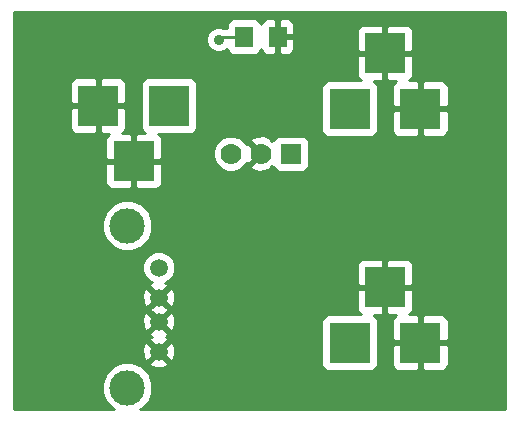
<source format=gtl>
G04 (created by PCBNEW (2013-07-07 BZR 4022)-stable) date 2/9/2014 4:29:12 PM*
%MOIN*%
G04 Gerber Fmt 3.4, Leading zero omitted, Abs format*
%FSLAX34Y34*%
G01*
G70*
G90*
G04 APERTURE LIST*
%ADD10C,0.00590551*%
%ADD11C,0.0591*%
%ADD12C,0.1181*%
%ADD13R,0.07X0.07*%
%ADD14C,0.07*%
%ADD15R,0.0629X0.0709*%
%ADD16R,0.1378X0.1378*%
%ADD17C,0.035*%
%ADD18C,0.01*%
G04 APERTURE END LIST*
G54D10*
G54D11*
X71900Y-51200D03*
X71900Y-50200D03*
X71900Y-49400D03*
X71900Y-48400D03*
G54D12*
X70850Y-52400D03*
X70850Y-47000D03*
G54D13*
X76300Y-44600D03*
G54D14*
X74300Y-44600D03*
X75300Y-44600D03*
G54D15*
X74741Y-40700D03*
X75859Y-40700D03*
G54D16*
X72241Y-43000D03*
X69879Y-43000D03*
X71060Y-44850D03*
X78259Y-43100D03*
X80621Y-43100D03*
X79440Y-41250D03*
X78259Y-50900D03*
X80621Y-50900D03*
X79440Y-49050D03*
G54D17*
X73900Y-40800D03*
G54D18*
X74741Y-40700D02*
X74000Y-40700D01*
X74000Y-40700D02*
X73900Y-40800D01*
G54D10*
G36*
X83430Y-53130D02*
X81560Y-53130D01*
X81560Y-51539D01*
X81560Y-50260D01*
X81560Y-43739D01*
X81560Y-42460D01*
X81559Y-42361D01*
X81521Y-42269D01*
X81451Y-42198D01*
X81359Y-42160D01*
X80733Y-42161D01*
X80671Y-42223D01*
X80671Y-43050D01*
X81497Y-43050D01*
X81560Y-42987D01*
X81560Y-42460D01*
X81560Y-43739D01*
X81560Y-43212D01*
X81497Y-43150D01*
X80671Y-43150D01*
X80671Y-43976D01*
X80733Y-44039D01*
X81359Y-44039D01*
X81451Y-44001D01*
X81521Y-43930D01*
X81559Y-43838D01*
X81560Y-43739D01*
X81560Y-50260D01*
X81559Y-50161D01*
X81521Y-50069D01*
X81451Y-49998D01*
X81359Y-49960D01*
X80733Y-49961D01*
X80671Y-50023D01*
X80671Y-50850D01*
X81497Y-50850D01*
X81560Y-50787D01*
X81560Y-50260D01*
X81560Y-51539D01*
X81560Y-51012D01*
X81497Y-50950D01*
X80671Y-50950D01*
X80671Y-51776D01*
X80733Y-51839D01*
X81359Y-51839D01*
X81451Y-51801D01*
X81521Y-51730D01*
X81559Y-51638D01*
X81560Y-51539D01*
X81560Y-53130D01*
X80571Y-53130D01*
X80571Y-51776D01*
X80571Y-50950D01*
X80571Y-50850D01*
X80571Y-50023D01*
X80571Y-43976D01*
X80571Y-43150D01*
X80571Y-43050D01*
X80571Y-42223D01*
X80508Y-42161D01*
X80246Y-42160D01*
X80270Y-42151D01*
X80340Y-42080D01*
X80378Y-41988D01*
X80379Y-41889D01*
X80379Y-40610D01*
X80378Y-40511D01*
X80340Y-40419D01*
X80270Y-40348D01*
X80178Y-40310D01*
X79552Y-40311D01*
X79490Y-40373D01*
X79490Y-41200D01*
X80316Y-41200D01*
X80379Y-41137D01*
X80379Y-40610D01*
X80379Y-41889D01*
X80379Y-41362D01*
X80316Y-41300D01*
X79490Y-41300D01*
X79490Y-42126D01*
X79552Y-42189D01*
X79814Y-42189D01*
X79790Y-42198D01*
X79720Y-42269D01*
X79682Y-42361D01*
X79681Y-42460D01*
X79682Y-42987D01*
X79744Y-43050D01*
X80571Y-43050D01*
X80571Y-43150D01*
X79744Y-43150D01*
X79682Y-43212D01*
X79681Y-43739D01*
X79682Y-43838D01*
X79720Y-43930D01*
X79790Y-44001D01*
X79882Y-44039D01*
X80508Y-44039D01*
X80571Y-43976D01*
X80571Y-50023D01*
X80508Y-49961D01*
X80246Y-49960D01*
X80270Y-49951D01*
X80340Y-49880D01*
X80378Y-49788D01*
X80379Y-49689D01*
X80379Y-48410D01*
X80378Y-48311D01*
X80340Y-48219D01*
X80270Y-48148D01*
X80178Y-48110D01*
X79552Y-48111D01*
X79490Y-48173D01*
X79490Y-49000D01*
X80316Y-49000D01*
X80379Y-48937D01*
X80379Y-48410D01*
X80379Y-49689D01*
X80379Y-49162D01*
X80316Y-49100D01*
X79490Y-49100D01*
X79490Y-49926D01*
X79552Y-49989D01*
X79814Y-49989D01*
X79790Y-49998D01*
X79720Y-50069D01*
X79682Y-50161D01*
X79681Y-50260D01*
X79682Y-50787D01*
X79744Y-50850D01*
X80571Y-50850D01*
X80571Y-50950D01*
X79744Y-50950D01*
X79682Y-51012D01*
X79681Y-51539D01*
X79682Y-51638D01*
X79720Y-51730D01*
X79790Y-51801D01*
X79882Y-51839D01*
X80508Y-51839D01*
X80571Y-51776D01*
X80571Y-53130D01*
X79390Y-53130D01*
X79390Y-49926D01*
X79390Y-49100D01*
X79390Y-49000D01*
X79390Y-48173D01*
X79390Y-42126D01*
X79390Y-41300D01*
X79390Y-41200D01*
X79390Y-40373D01*
X79327Y-40311D01*
X78701Y-40310D01*
X78609Y-40348D01*
X78539Y-40419D01*
X78501Y-40511D01*
X78500Y-40610D01*
X78501Y-41137D01*
X78563Y-41200D01*
X79390Y-41200D01*
X79390Y-41300D01*
X78563Y-41300D01*
X78501Y-41362D01*
X78500Y-41889D01*
X78501Y-41988D01*
X78539Y-42080D01*
X78609Y-42151D01*
X78633Y-42160D01*
X77520Y-42160D01*
X77428Y-42198D01*
X77358Y-42269D01*
X77320Y-42361D01*
X77319Y-42460D01*
X77319Y-43838D01*
X77357Y-43930D01*
X77428Y-44000D01*
X77520Y-44038D01*
X77619Y-44039D01*
X78997Y-44039D01*
X79089Y-44001D01*
X79159Y-43930D01*
X79197Y-43838D01*
X79198Y-43739D01*
X79198Y-42361D01*
X79160Y-42269D01*
X79089Y-42199D01*
X79065Y-42189D01*
X79327Y-42189D01*
X79390Y-42126D01*
X79390Y-48173D01*
X79327Y-48111D01*
X78701Y-48110D01*
X78609Y-48148D01*
X78539Y-48219D01*
X78501Y-48311D01*
X78500Y-48410D01*
X78501Y-48937D01*
X78563Y-49000D01*
X79390Y-49000D01*
X79390Y-49100D01*
X78563Y-49100D01*
X78501Y-49162D01*
X78500Y-49689D01*
X78501Y-49788D01*
X78539Y-49880D01*
X78609Y-49951D01*
X78633Y-49960D01*
X77520Y-49960D01*
X77428Y-49998D01*
X77358Y-50069D01*
X77320Y-50161D01*
X77319Y-50260D01*
X77319Y-51638D01*
X77357Y-51730D01*
X77428Y-51800D01*
X77520Y-51838D01*
X77619Y-51839D01*
X78997Y-51839D01*
X79089Y-51801D01*
X79159Y-51730D01*
X79197Y-51638D01*
X79198Y-51539D01*
X79198Y-50161D01*
X79160Y-50069D01*
X79089Y-49999D01*
X79065Y-49989D01*
X79327Y-49989D01*
X79390Y-49926D01*
X79390Y-53130D01*
X76900Y-53130D01*
X76900Y-44900D01*
X76900Y-44200D01*
X76862Y-44108D01*
X76791Y-44038D01*
X76699Y-44000D01*
X76600Y-43999D01*
X76423Y-43999D01*
X76423Y-41004D01*
X76423Y-40395D01*
X76423Y-40295D01*
X76385Y-40203D01*
X76314Y-40133D01*
X76223Y-40095D01*
X75971Y-40095D01*
X75909Y-40158D01*
X75909Y-40650D01*
X76361Y-40650D01*
X76423Y-40587D01*
X76423Y-40395D01*
X76423Y-41004D01*
X76423Y-40812D01*
X76361Y-40750D01*
X75909Y-40750D01*
X75909Y-41242D01*
X75971Y-41304D01*
X76223Y-41304D01*
X76314Y-41266D01*
X76385Y-41196D01*
X76423Y-41104D01*
X76423Y-41004D01*
X76423Y-43999D01*
X75900Y-43999D01*
X75809Y-44037D01*
X75809Y-41242D01*
X75809Y-40750D01*
X75801Y-40750D01*
X75801Y-40650D01*
X75809Y-40650D01*
X75809Y-40158D01*
X75746Y-40095D01*
X75494Y-40095D01*
X75403Y-40133D01*
X75332Y-40203D01*
X75299Y-40282D01*
X75267Y-40204D01*
X75197Y-40133D01*
X75105Y-40095D01*
X75005Y-40095D01*
X74376Y-40095D01*
X74285Y-40133D01*
X74214Y-40203D01*
X74176Y-40295D01*
X74176Y-40395D01*
X74176Y-40400D01*
X74044Y-40400D01*
X73984Y-40375D01*
X73815Y-40374D01*
X73659Y-40439D01*
X73539Y-40558D01*
X73475Y-40715D01*
X73474Y-40884D01*
X73539Y-41040D01*
X73658Y-41160D01*
X73815Y-41224D01*
X73984Y-41225D01*
X74140Y-41160D01*
X74182Y-41118D01*
X74214Y-41195D01*
X74284Y-41266D01*
X74376Y-41304D01*
X74476Y-41304D01*
X75105Y-41304D01*
X75196Y-41266D01*
X75267Y-41196D01*
X75300Y-41117D01*
X75332Y-41196D01*
X75403Y-41266D01*
X75494Y-41304D01*
X75746Y-41304D01*
X75809Y-41242D01*
X75809Y-44037D01*
X75808Y-44037D01*
X75738Y-44108D01*
X75718Y-44154D01*
X75696Y-44132D01*
X75651Y-44177D01*
X75617Y-44077D01*
X75393Y-43995D01*
X75155Y-44005D01*
X74982Y-44077D01*
X74948Y-44177D01*
X75300Y-44529D01*
X75305Y-44523D01*
X75376Y-44594D01*
X75370Y-44600D01*
X75376Y-44605D01*
X75305Y-44676D01*
X75300Y-44670D01*
X75229Y-44741D01*
X75229Y-44600D01*
X74877Y-44248D01*
X74812Y-44270D01*
X74808Y-44260D01*
X74640Y-44091D01*
X74419Y-44000D01*
X74181Y-43999D01*
X73960Y-44091D01*
X73791Y-44259D01*
X73700Y-44480D01*
X73699Y-44718D01*
X73791Y-44939D01*
X73959Y-45108D01*
X74180Y-45199D01*
X74418Y-45200D01*
X74639Y-45108D01*
X74808Y-44940D01*
X74812Y-44929D01*
X74877Y-44951D01*
X75229Y-44600D01*
X75229Y-44741D01*
X74948Y-45022D01*
X74982Y-45122D01*
X75206Y-45204D01*
X75444Y-45194D01*
X75617Y-45122D01*
X75651Y-45022D01*
X75651Y-45022D01*
X75696Y-45067D01*
X75718Y-45045D01*
X75737Y-45091D01*
X75808Y-45161D01*
X75900Y-45199D01*
X75999Y-45200D01*
X76699Y-45200D01*
X76791Y-45162D01*
X76861Y-45091D01*
X76899Y-44999D01*
X76900Y-44900D01*
X76900Y-53130D01*
X75651Y-53130D01*
X73180Y-53130D01*
X73180Y-43639D01*
X73180Y-42261D01*
X73142Y-42169D01*
X73071Y-42099D01*
X72979Y-42061D01*
X72880Y-42060D01*
X71502Y-42060D01*
X71410Y-42098D01*
X71340Y-42169D01*
X71302Y-42261D01*
X71301Y-42360D01*
X71301Y-43738D01*
X71339Y-43830D01*
X71410Y-43900D01*
X71434Y-43910D01*
X71172Y-43911D01*
X71110Y-43973D01*
X71110Y-44800D01*
X71936Y-44800D01*
X71999Y-44737D01*
X71999Y-44210D01*
X71998Y-44111D01*
X71960Y-44019D01*
X71890Y-43948D01*
X71866Y-43939D01*
X72979Y-43939D01*
X73071Y-43901D01*
X73141Y-43830D01*
X73179Y-43738D01*
X73180Y-43639D01*
X73180Y-53130D01*
X72450Y-53130D01*
X72450Y-51280D01*
X72450Y-50280D01*
X72450Y-49480D01*
X72445Y-49388D01*
X72445Y-48291D01*
X72362Y-48091D01*
X72209Y-47937D01*
X72008Y-47854D01*
X71999Y-47854D01*
X71999Y-45489D01*
X71999Y-44962D01*
X71936Y-44900D01*
X71110Y-44900D01*
X71110Y-45726D01*
X71172Y-45789D01*
X71798Y-45789D01*
X71890Y-45751D01*
X71960Y-45680D01*
X71998Y-45588D01*
X71999Y-45489D01*
X71999Y-47854D01*
X71791Y-47854D01*
X71690Y-47896D01*
X71690Y-46833D01*
X71562Y-46524D01*
X71326Y-46287D01*
X71017Y-46159D01*
X71010Y-46159D01*
X71010Y-45726D01*
X71010Y-44900D01*
X71010Y-44800D01*
X71010Y-43973D01*
X70947Y-43911D01*
X70685Y-43910D01*
X70709Y-43901D01*
X70779Y-43830D01*
X70817Y-43738D01*
X70818Y-43639D01*
X70818Y-42360D01*
X70817Y-42261D01*
X70779Y-42169D01*
X70709Y-42098D01*
X70617Y-42060D01*
X69991Y-42061D01*
X69929Y-42123D01*
X69929Y-42950D01*
X70755Y-42950D01*
X70818Y-42887D01*
X70818Y-42360D01*
X70818Y-43639D01*
X70818Y-43112D01*
X70755Y-43050D01*
X69929Y-43050D01*
X69929Y-43876D01*
X69991Y-43939D01*
X70253Y-43939D01*
X70229Y-43948D01*
X70159Y-44019D01*
X70121Y-44111D01*
X70120Y-44210D01*
X70121Y-44737D01*
X70183Y-44800D01*
X71010Y-44800D01*
X71010Y-44900D01*
X70183Y-44900D01*
X70121Y-44962D01*
X70120Y-45489D01*
X70121Y-45588D01*
X70159Y-45680D01*
X70229Y-45751D01*
X70321Y-45789D01*
X70947Y-45789D01*
X71010Y-45726D01*
X71010Y-46159D01*
X70683Y-46159D01*
X70374Y-46287D01*
X70137Y-46523D01*
X70009Y-46832D01*
X70009Y-47166D01*
X70137Y-47475D01*
X70373Y-47712D01*
X70682Y-47840D01*
X71016Y-47840D01*
X71325Y-47712D01*
X71562Y-47476D01*
X71690Y-47167D01*
X71690Y-46833D01*
X71690Y-47896D01*
X71591Y-47937D01*
X71437Y-48090D01*
X71354Y-48291D01*
X71354Y-48508D01*
X71437Y-48708D01*
X71590Y-48862D01*
X71675Y-48897D01*
X71614Y-48922D01*
X71588Y-49017D01*
X71900Y-49329D01*
X72211Y-49017D01*
X72185Y-48922D01*
X72120Y-48899D01*
X72208Y-48862D01*
X72362Y-48709D01*
X72445Y-48508D01*
X72445Y-48291D01*
X72445Y-49388D01*
X72439Y-49263D01*
X72377Y-49114D01*
X72282Y-49088D01*
X71970Y-49400D01*
X72282Y-49711D01*
X72377Y-49685D01*
X72450Y-49480D01*
X72450Y-50280D01*
X72439Y-50063D01*
X72377Y-49914D01*
X72282Y-49888D01*
X72211Y-49958D01*
X72211Y-49817D01*
X72207Y-49800D01*
X72211Y-49782D01*
X72198Y-49768D01*
X72185Y-49722D01*
X72133Y-49704D01*
X71900Y-49470D01*
X71829Y-49541D01*
X71829Y-49400D01*
X71517Y-49088D01*
X71422Y-49114D01*
X71349Y-49319D01*
X71360Y-49536D01*
X71422Y-49685D01*
X71517Y-49711D01*
X71829Y-49400D01*
X71829Y-49541D01*
X71671Y-49698D01*
X71614Y-49722D01*
X71601Y-49768D01*
X71588Y-49782D01*
X71592Y-49800D01*
X71588Y-49817D01*
X71601Y-49831D01*
X71614Y-49877D01*
X71666Y-49895D01*
X71900Y-50129D01*
X72128Y-49901D01*
X72185Y-49877D01*
X72198Y-49831D01*
X72211Y-49817D01*
X72211Y-49958D01*
X71970Y-50200D01*
X72282Y-50511D01*
X72377Y-50485D01*
X72450Y-50280D01*
X72450Y-51280D01*
X72439Y-51063D01*
X72377Y-50914D01*
X72282Y-50888D01*
X72211Y-50958D01*
X72211Y-50817D01*
X72185Y-50722D01*
X72126Y-50701D01*
X72185Y-50677D01*
X72211Y-50582D01*
X71900Y-50270D01*
X71829Y-50341D01*
X71829Y-50200D01*
X71517Y-49888D01*
X71422Y-49914D01*
X71349Y-50119D01*
X71360Y-50336D01*
X71422Y-50485D01*
X71517Y-50511D01*
X71829Y-50200D01*
X71829Y-50341D01*
X71588Y-50582D01*
X71614Y-50677D01*
X71673Y-50698D01*
X71614Y-50722D01*
X71588Y-50817D01*
X71900Y-51129D01*
X72211Y-50817D01*
X72211Y-50958D01*
X71970Y-51200D01*
X72282Y-51511D01*
X72377Y-51485D01*
X72450Y-51280D01*
X72450Y-53130D01*
X72211Y-53130D01*
X72211Y-51582D01*
X71900Y-51270D01*
X71829Y-51341D01*
X71829Y-51200D01*
X71517Y-50888D01*
X71422Y-50914D01*
X71349Y-51119D01*
X71360Y-51336D01*
X71422Y-51485D01*
X71517Y-51511D01*
X71829Y-51200D01*
X71829Y-51341D01*
X71588Y-51582D01*
X71614Y-51677D01*
X71819Y-51750D01*
X72036Y-51739D01*
X72185Y-51677D01*
X72211Y-51582D01*
X72211Y-53130D01*
X71283Y-53130D01*
X71325Y-53112D01*
X71562Y-52876D01*
X71690Y-52567D01*
X71690Y-52233D01*
X71562Y-51924D01*
X71326Y-51687D01*
X71017Y-51559D01*
X70683Y-51559D01*
X70374Y-51687D01*
X70137Y-51923D01*
X70009Y-52232D01*
X70009Y-52566D01*
X70137Y-52875D01*
X70373Y-53112D01*
X70417Y-53130D01*
X69829Y-53130D01*
X69829Y-43876D01*
X69829Y-43050D01*
X69829Y-42950D01*
X69829Y-42123D01*
X69766Y-42061D01*
X69140Y-42060D01*
X69048Y-42098D01*
X68978Y-42169D01*
X68940Y-42261D01*
X68939Y-42360D01*
X68940Y-42887D01*
X69002Y-42950D01*
X69829Y-42950D01*
X69829Y-43050D01*
X69002Y-43050D01*
X68940Y-43112D01*
X68939Y-43639D01*
X68940Y-43738D01*
X68978Y-43830D01*
X69048Y-43901D01*
X69140Y-43939D01*
X69766Y-43939D01*
X69829Y-43876D01*
X69829Y-53130D01*
X67100Y-53130D01*
X67069Y-53130D01*
X67069Y-39869D01*
X83430Y-39869D01*
X83430Y-53130D01*
X83430Y-53130D01*
G37*
G54D18*
X83430Y-53130D02*
X81560Y-53130D01*
X81560Y-51539D01*
X81560Y-50260D01*
X81560Y-43739D01*
X81560Y-42460D01*
X81559Y-42361D01*
X81521Y-42269D01*
X81451Y-42198D01*
X81359Y-42160D01*
X80733Y-42161D01*
X80671Y-42223D01*
X80671Y-43050D01*
X81497Y-43050D01*
X81560Y-42987D01*
X81560Y-42460D01*
X81560Y-43739D01*
X81560Y-43212D01*
X81497Y-43150D01*
X80671Y-43150D01*
X80671Y-43976D01*
X80733Y-44039D01*
X81359Y-44039D01*
X81451Y-44001D01*
X81521Y-43930D01*
X81559Y-43838D01*
X81560Y-43739D01*
X81560Y-50260D01*
X81559Y-50161D01*
X81521Y-50069D01*
X81451Y-49998D01*
X81359Y-49960D01*
X80733Y-49961D01*
X80671Y-50023D01*
X80671Y-50850D01*
X81497Y-50850D01*
X81560Y-50787D01*
X81560Y-50260D01*
X81560Y-51539D01*
X81560Y-51012D01*
X81497Y-50950D01*
X80671Y-50950D01*
X80671Y-51776D01*
X80733Y-51839D01*
X81359Y-51839D01*
X81451Y-51801D01*
X81521Y-51730D01*
X81559Y-51638D01*
X81560Y-51539D01*
X81560Y-53130D01*
X80571Y-53130D01*
X80571Y-51776D01*
X80571Y-50950D01*
X80571Y-50850D01*
X80571Y-50023D01*
X80571Y-43976D01*
X80571Y-43150D01*
X80571Y-43050D01*
X80571Y-42223D01*
X80508Y-42161D01*
X80246Y-42160D01*
X80270Y-42151D01*
X80340Y-42080D01*
X80378Y-41988D01*
X80379Y-41889D01*
X80379Y-40610D01*
X80378Y-40511D01*
X80340Y-40419D01*
X80270Y-40348D01*
X80178Y-40310D01*
X79552Y-40311D01*
X79490Y-40373D01*
X79490Y-41200D01*
X80316Y-41200D01*
X80379Y-41137D01*
X80379Y-40610D01*
X80379Y-41889D01*
X80379Y-41362D01*
X80316Y-41300D01*
X79490Y-41300D01*
X79490Y-42126D01*
X79552Y-42189D01*
X79814Y-42189D01*
X79790Y-42198D01*
X79720Y-42269D01*
X79682Y-42361D01*
X79681Y-42460D01*
X79682Y-42987D01*
X79744Y-43050D01*
X80571Y-43050D01*
X80571Y-43150D01*
X79744Y-43150D01*
X79682Y-43212D01*
X79681Y-43739D01*
X79682Y-43838D01*
X79720Y-43930D01*
X79790Y-44001D01*
X79882Y-44039D01*
X80508Y-44039D01*
X80571Y-43976D01*
X80571Y-50023D01*
X80508Y-49961D01*
X80246Y-49960D01*
X80270Y-49951D01*
X80340Y-49880D01*
X80378Y-49788D01*
X80379Y-49689D01*
X80379Y-48410D01*
X80378Y-48311D01*
X80340Y-48219D01*
X80270Y-48148D01*
X80178Y-48110D01*
X79552Y-48111D01*
X79490Y-48173D01*
X79490Y-49000D01*
X80316Y-49000D01*
X80379Y-48937D01*
X80379Y-48410D01*
X80379Y-49689D01*
X80379Y-49162D01*
X80316Y-49100D01*
X79490Y-49100D01*
X79490Y-49926D01*
X79552Y-49989D01*
X79814Y-49989D01*
X79790Y-49998D01*
X79720Y-50069D01*
X79682Y-50161D01*
X79681Y-50260D01*
X79682Y-50787D01*
X79744Y-50850D01*
X80571Y-50850D01*
X80571Y-50950D01*
X79744Y-50950D01*
X79682Y-51012D01*
X79681Y-51539D01*
X79682Y-51638D01*
X79720Y-51730D01*
X79790Y-51801D01*
X79882Y-51839D01*
X80508Y-51839D01*
X80571Y-51776D01*
X80571Y-53130D01*
X79390Y-53130D01*
X79390Y-49926D01*
X79390Y-49100D01*
X79390Y-49000D01*
X79390Y-48173D01*
X79390Y-42126D01*
X79390Y-41300D01*
X79390Y-41200D01*
X79390Y-40373D01*
X79327Y-40311D01*
X78701Y-40310D01*
X78609Y-40348D01*
X78539Y-40419D01*
X78501Y-40511D01*
X78500Y-40610D01*
X78501Y-41137D01*
X78563Y-41200D01*
X79390Y-41200D01*
X79390Y-41300D01*
X78563Y-41300D01*
X78501Y-41362D01*
X78500Y-41889D01*
X78501Y-41988D01*
X78539Y-42080D01*
X78609Y-42151D01*
X78633Y-42160D01*
X77520Y-42160D01*
X77428Y-42198D01*
X77358Y-42269D01*
X77320Y-42361D01*
X77319Y-42460D01*
X77319Y-43838D01*
X77357Y-43930D01*
X77428Y-44000D01*
X77520Y-44038D01*
X77619Y-44039D01*
X78997Y-44039D01*
X79089Y-44001D01*
X79159Y-43930D01*
X79197Y-43838D01*
X79198Y-43739D01*
X79198Y-42361D01*
X79160Y-42269D01*
X79089Y-42199D01*
X79065Y-42189D01*
X79327Y-42189D01*
X79390Y-42126D01*
X79390Y-48173D01*
X79327Y-48111D01*
X78701Y-48110D01*
X78609Y-48148D01*
X78539Y-48219D01*
X78501Y-48311D01*
X78500Y-48410D01*
X78501Y-48937D01*
X78563Y-49000D01*
X79390Y-49000D01*
X79390Y-49100D01*
X78563Y-49100D01*
X78501Y-49162D01*
X78500Y-49689D01*
X78501Y-49788D01*
X78539Y-49880D01*
X78609Y-49951D01*
X78633Y-49960D01*
X77520Y-49960D01*
X77428Y-49998D01*
X77358Y-50069D01*
X77320Y-50161D01*
X77319Y-50260D01*
X77319Y-51638D01*
X77357Y-51730D01*
X77428Y-51800D01*
X77520Y-51838D01*
X77619Y-51839D01*
X78997Y-51839D01*
X79089Y-51801D01*
X79159Y-51730D01*
X79197Y-51638D01*
X79198Y-51539D01*
X79198Y-50161D01*
X79160Y-50069D01*
X79089Y-49999D01*
X79065Y-49989D01*
X79327Y-49989D01*
X79390Y-49926D01*
X79390Y-53130D01*
X76900Y-53130D01*
X76900Y-44900D01*
X76900Y-44200D01*
X76862Y-44108D01*
X76791Y-44038D01*
X76699Y-44000D01*
X76600Y-43999D01*
X76423Y-43999D01*
X76423Y-41004D01*
X76423Y-40395D01*
X76423Y-40295D01*
X76385Y-40203D01*
X76314Y-40133D01*
X76223Y-40095D01*
X75971Y-40095D01*
X75909Y-40158D01*
X75909Y-40650D01*
X76361Y-40650D01*
X76423Y-40587D01*
X76423Y-40395D01*
X76423Y-41004D01*
X76423Y-40812D01*
X76361Y-40750D01*
X75909Y-40750D01*
X75909Y-41242D01*
X75971Y-41304D01*
X76223Y-41304D01*
X76314Y-41266D01*
X76385Y-41196D01*
X76423Y-41104D01*
X76423Y-41004D01*
X76423Y-43999D01*
X75900Y-43999D01*
X75809Y-44037D01*
X75809Y-41242D01*
X75809Y-40750D01*
X75801Y-40750D01*
X75801Y-40650D01*
X75809Y-40650D01*
X75809Y-40158D01*
X75746Y-40095D01*
X75494Y-40095D01*
X75403Y-40133D01*
X75332Y-40203D01*
X75299Y-40282D01*
X75267Y-40204D01*
X75197Y-40133D01*
X75105Y-40095D01*
X75005Y-40095D01*
X74376Y-40095D01*
X74285Y-40133D01*
X74214Y-40203D01*
X74176Y-40295D01*
X74176Y-40395D01*
X74176Y-40400D01*
X74044Y-40400D01*
X73984Y-40375D01*
X73815Y-40374D01*
X73659Y-40439D01*
X73539Y-40558D01*
X73475Y-40715D01*
X73474Y-40884D01*
X73539Y-41040D01*
X73658Y-41160D01*
X73815Y-41224D01*
X73984Y-41225D01*
X74140Y-41160D01*
X74182Y-41118D01*
X74214Y-41195D01*
X74284Y-41266D01*
X74376Y-41304D01*
X74476Y-41304D01*
X75105Y-41304D01*
X75196Y-41266D01*
X75267Y-41196D01*
X75300Y-41117D01*
X75332Y-41196D01*
X75403Y-41266D01*
X75494Y-41304D01*
X75746Y-41304D01*
X75809Y-41242D01*
X75809Y-44037D01*
X75808Y-44037D01*
X75738Y-44108D01*
X75718Y-44154D01*
X75696Y-44132D01*
X75651Y-44177D01*
X75617Y-44077D01*
X75393Y-43995D01*
X75155Y-44005D01*
X74982Y-44077D01*
X74948Y-44177D01*
X75300Y-44529D01*
X75305Y-44523D01*
X75376Y-44594D01*
X75370Y-44600D01*
X75376Y-44605D01*
X75305Y-44676D01*
X75300Y-44670D01*
X75229Y-44741D01*
X75229Y-44600D01*
X74877Y-44248D01*
X74812Y-44270D01*
X74808Y-44260D01*
X74640Y-44091D01*
X74419Y-44000D01*
X74181Y-43999D01*
X73960Y-44091D01*
X73791Y-44259D01*
X73700Y-44480D01*
X73699Y-44718D01*
X73791Y-44939D01*
X73959Y-45108D01*
X74180Y-45199D01*
X74418Y-45200D01*
X74639Y-45108D01*
X74808Y-44940D01*
X74812Y-44929D01*
X74877Y-44951D01*
X75229Y-44600D01*
X75229Y-44741D01*
X74948Y-45022D01*
X74982Y-45122D01*
X75206Y-45204D01*
X75444Y-45194D01*
X75617Y-45122D01*
X75651Y-45022D01*
X75651Y-45022D01*
X75696Y-45067D01*
X75718Y-45045D01*
X75737Y-45091D01*
X75808Y-45161D01*
X75900Y-45199D01*
X75999Y-45200D01*
X76699Y-45200D01*
X76791Y-45162D01*
X76861Y-45091D01*
X76899Y-44999D01*
X76900Y-44900D01*
X76900Y-53130D01*
X75651Y-53130D01*
X73180Y-53130D01*
X73180Y-43639D01*
X73180Y-42261D01*
X73142Y-42169D01*
X73071Y-42099D01*
X72979Y-42061D01*
X72880Y-42060D01*
X71502Y-42060D01*
X71410Y-42098D01*
X71340Y-42169D01*
X71302Y-42261D01*
X71301Y-42360D01*
X71301Y-43738D01*
X71339Y-43830D01*
X71410Y-43900D01*
X71434Y-43910D01*
X71172Y-43911D01*
X71110Y-43973D01*
X71110Y-44800D01*
X71936Y-44800D01*
X71999Y-44737D01*
X71999Y-44210D01*
X71998Y-44111D01*
X71960Y-44019D01*
X71890Y-43948D01*
X71866Y-43939D01*
X72979Y-43939D01*
X73071Y-43901D01*
X73141Y-43830D01*
X73179Y-43738D01*
X73180Y-43639D01*
X73180Y-53130D01*
X72450Y-53130D01*
X72450Y-51280D01*
X72450Y-50280D01*
X72450Y-49480D01*
X72445Y-49388D01*
X72445Y-48291D01*
X72362Y-48091D01*
X72209Y-47937D01*
X72008Y-47854D01*
X71999Y-47854D01*
X71999Y-45489D01*
X71999Y-44962D01*
X71936Y-44900D01*
X71110Y-44900D01*
X71110Y-45726D01*
X71172Y-45789D01*
X71798Y-45789D01*
X71890Y-45751D01*
X71960Y-45680D01*
X71998Y-45588D01*
X71999Y-45489D01*
X71999Y-47854D01*
X71791Y-47854D01*
X71690Y-47896D01*
X71690Y-46833D01*
X71562Y-46524D01*
X71326Y-46287D01*
X71017Y-46159D01*
X71010Y-46159D01*
X71010Y-45726D01*
X71010Y-44900D01*
X71010Y-44800D01*
X71010Y-43973D01*
X70947Y-43911D01*
X70685Y-43910D01*
X70709Y-43901D01*
X70779Y-43830D01*
X70817Y-43738D01*
X70818Y-43639D01*
X70818Y-42360D01*
X70817Y-42261D01*
X70779Y-42169D01*
X70709Y-42098D01*
X70617Y-42060D01*
X69991Y-42061D01*
X69929Y-42123D01*
X69929Y-42950D01*
X70755Y-42950D01*
X70818Y-42887D01*
X70818Y-42360D01*
X70818Y-43639D01*
X70818Y-43112D01*
X70755Y-43050D01*
X69929Y-43050D01*
X69929Y-43876D01*
X69991Y-43939D01*
X70253Y-43939D01*
X70229Y-43948D01*
X70159Y-44019D01*
X70121Y-44111D01*
X70120Y-44210D01*
X70121Y-44737D01*
X70183Y-44800D01*
X71010Y-44800D01*
X71010Y-44900D01*
X70183Y-44900D01*
X70121Y-44962D01*
X70120Y-45489D01*
X70121Y-45588D01*
X70159Y-45680D01*
X70229Y-45751D01*
X70321Y-45789D01*
X70947Y-45789D01*
X71010Y-45726D01*
X71010Y-46159D01*
X70683Y-46159D01*
X70374Y-46287D01*
X70137Y-46523D01*
X70009Y-46832D01*
X70009Y-47166D01*
X70137Y-47475D01*
X70373Y-47712D01*
X70682Y-47840D01*
X71016Y-47840D01*
X71325Y-47712D01*
X71562Y-47476D01*
X71690Y-47167D01*
X71690Y-46833D01*
X71690Y-47896D01*
X71591Y-47937D01*
X71437Y-48090D01*
X71354Y-48291D01*
X71354Y-48508D01*
X71437Y-48708D01*
X71590Y-48862D01*
X71675Y-48897D01*
X71614Y-48922D01*
X71588Y-49017D01*
X71900Y-49329D01*
X72211Y-49017D01*
X72185Y-48922D01*
X72120Y-48899D01*
X72208Y-48862D01*
X72362Y-48709D01*
X72445Y-48508D01*
X72445Y-48291D01*
X72445Y-49388D01*
X72439Y-49263D01*
X72377Y-49114D01*
X72282Y-49088D01*
X71970Y-49400D01*
X72282Y-49711D01*
X72377Y-49685D01*
X72450Y-49480D01*
X72450Y-50280D01*
X72439Y-50063D01*
X72377Y-49914D01*
X72282Y-49888D01*
X72211Y-49958D01*
X72211Y-49817D01*
X72207Y-49800D01*
X72211Y-49782D01*
X72198Y-49768D01*
X72185Y-49722D01*
X72133Y-49704D01*
X71900Y-49470D01*
X71829Y-49541D01*
X71829Y-49400D01*
X71517Y-49088D01*
X71422Y-49114D01*
X71349Y-49319D01*
X71360Y-49536D01*
X71422Y-49685D01*
X71517Y-49711D01*
X71829Y-49400D01*
X71829Y-49541D01*
X71671Y-49698D01*
X71614Y-49722D01*
X71601Y-49768D01*
X71588Y-49782D01*
X71592Y-49800D01*
X71588Y-49817D01*
X71601Y-49831D01*
X71614Y-49877D01*
X71666Y-49895D01*
X71900Y-50129D01*
X72128Y-49901D01*
X72185Y-49877D01*
X72198Y-49831D01*
X72211Y-49817D01*
X72211Y-49958D01*
X71970Y-50200D01*
X72282Y-50511D01*
X72377Y-50485D01*
X72450Y-50280D01*
X72450Y-51280D01*
X72439Y-51063D01*
X72377Y-50914D01*
X72282Y-50888D01*
X72211Y-50958D01*
X72211Y-50817D01*
X72185Y-50722D01*
X72126Y-50701D01*
X72185Y-50677D01*
X72211Y-50582D01*
X71900Y-50270D01*
X71829Y-50341D01*
X71829Y-50200D01*
X71517Y-49888D01*
X71422Y-49914D01*
X71349Y-50119D01*
X71360Y-50336D01*
X71422Y-50485D01*
X71517Y-50511D01*
X71829Y-50200D01*
X71829Y-50341D01*
X71588Y-50582D01*
X71614Y-50677D01*
X71673Y-50698D01*
X71614Y-50722D01*
X71588Y-50817D01*
X71900Y-51129D01*
X72211Y-50817D01*
X72211Y-50958D01*
X71970Y-51200D01*
X72282Y-51511D01*
X72377Y-51485D01*
X72450Y-51280D01*
X72450Y-53130D01*
X72211Y-53130D01*
X72211Y-51582D01*
X71900Y-51270D01*
X71829Y-51341D01*
X71829Y-51200D01*
X71517Y-50888D01*
X71422Y-50914D01*
X71349Y-51119D01*
X71360Y-51336D01*
X71422Y-51485D01*
X71517Y-51511D01*
X71829Y-51200D01*
X71829Y-51341D01*
X71588Y-51582D01*
X71614Y-51677D01*
X71819Y-51750D01*
X72036Y-51739D01*
X72185Y-51677D01*
X72211Y-51582D01*
X72211Y-53130D01*
X71283Y-53130D01*
X71325Y-53112D01*
X71562Y-52876D01*
X71690Y-52567D01*
X71690Y-52233D01*
X71562Y-51924D01*
X71326Y-51687D01*
X71017Y-51559D01*
X70683Y-51559D01*
X70374Y-51687D01*
X70137Y-51923D01*
X70009Y-52232D01*
X70009Y-52566D01*
X70137Y-52875D01*
X70373Y-53112D01*
X70417Y-53130D01*
X69829Y-53130D01*
X69829Y-43876D01*
X69829Y-43050D01*
X69829Y-42950D01*
X69829Y-42123D01*
X69766Y-42061D01*
X69140Y-42060D01*
X69048Y-42098D01*
X68978Y-42169D01*
X68940Y-42261D01*
X68939Y-42360D01*
X68940Y-42887D01*
X69002Y-42950D01*
X69829Y-42950D01*
X69829Y-43050D01*
X69002Y-43050D01*
X68940Y-43112D01*
X68939Y-43639D01*
X68940Y-43738D01*
X68978Y-43830D01*
X69048Y-43901D01*
X69140Y-43939D01*
X69766Y-43939D01*
X69829Y-43876D01*
X69829Y-53130D01*
X67100Y-53130D01*
X67069Y-53130D01*
X67069Y-39869D01*
X83430Y-39869D01*
X83430Y-53130D01*
M02*

</source>
